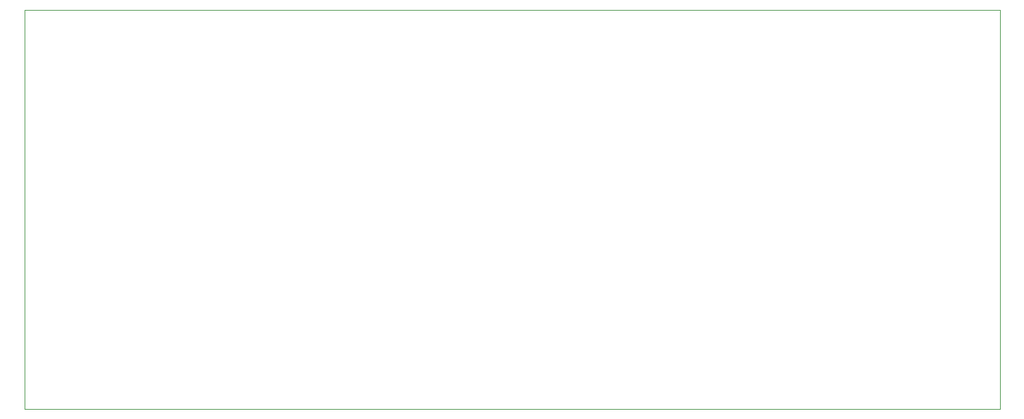
<source format=gbr>
%TF.GenerationSoftware,KiCad,Pcbnew,9.0.5*%
%TF.CreationDate,2025-11-19T13:21:17-07:00*%
%TF.ProjectId,Tx,54782e6b-6963-4616-945f-706362585858,rev?*%
%TF.SameCoordinates,Original*%
%TF.FileFunction,Profile,NP*%
%FSLAX46Y46*%
G04 Gerber Fmt 4.6, Leading zero omitted, Abs format (unit mm)*
G04 Created by KiCad (PCBNEW 9.0.5) date 2025-11-19 13:21:17*
%MOMM*%
%LPD*%
G01*
G04 APERTURE LIST*
%TA.AperFunction,Profile*%
%ADD10C,0.050000*%
%TD*%
G04 APERTURE END LIST*
D10*
X86000000Y-83900000D02*
X210100000Y-83900000D01*
X210100000Y-134700000D01*
X86000000Y-134700000D01*
X86000000Y-83900000D01*
M02*

</source>
